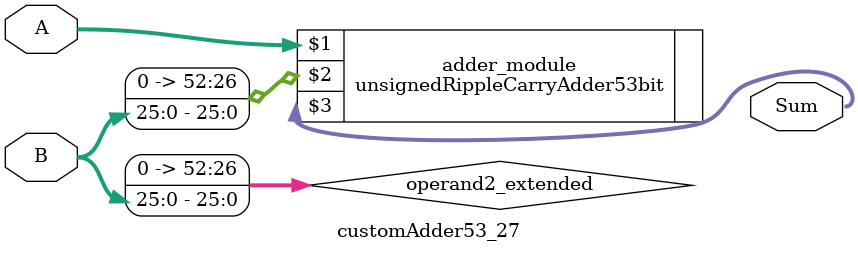
<source format=v>
module customAdder53_27(
                        input [52 : 0] A,
                        input [25 : 0] B,
                        
                        output [53 : 0] Sum
                );

        wire [52 : 0] operand2_extended;
        
        assign operand2_extended =  {27'b0, B};
        
        unsignedRippleCarryAdder53bit adder_module(
            A,
            operand2_extended,
            Sum
        );
        
        endmodule
        
</source>
